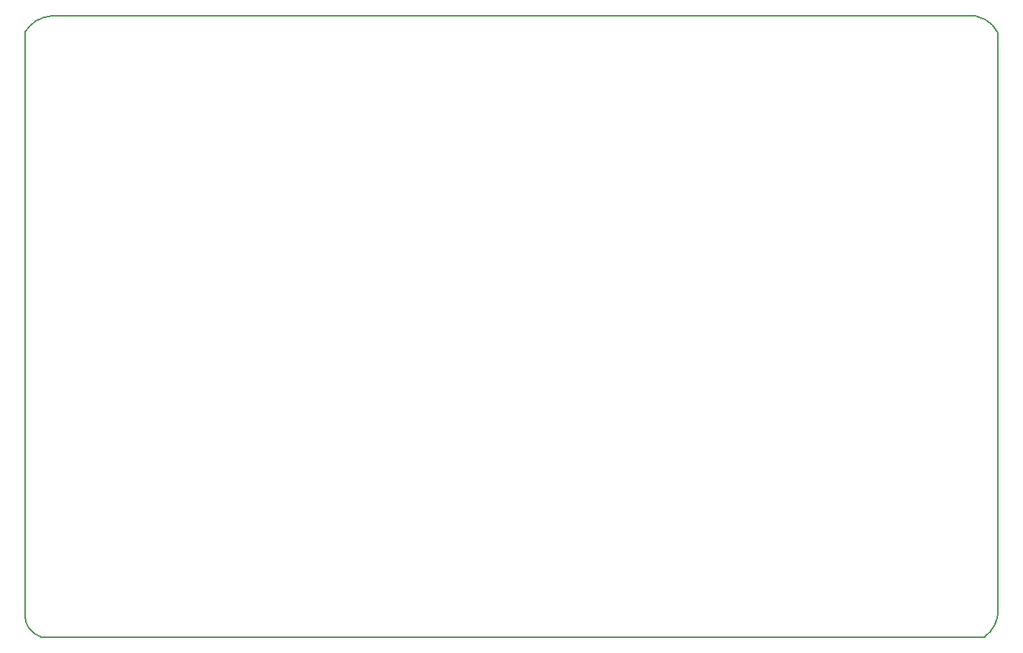
<source format=gbr>
G04 DipTrace 4.0.0.5*
G04 BoardOutline.gbr*
%MOMM*%
G04 #@! TF.FileFunction,Profile*
G04 #@! TF.Part,Single*
%ADD12C,0.14*%
%FSLAX35Y35*%
G04*
G71*
G90*
G75*
G01*
G04 BoardOutline*
%LPD*%
X-7651750Y-1301750D2*
D12*
G02X-7334250Y-1111250I338418J-204196D01*
G01*
X3444873D1*
G02X3825873Y-1317627I53255J-356562D01*
G01*
Y-8112127D1*
G02X3667127Y-8429627I-388935J-3972D01*
G01*
X-7461247Y-8429620D1*
G02X-7651747Y-8159747I68091J250237D01*
G01*
X-7651750Y-1301750D1*
M02*

</source>
